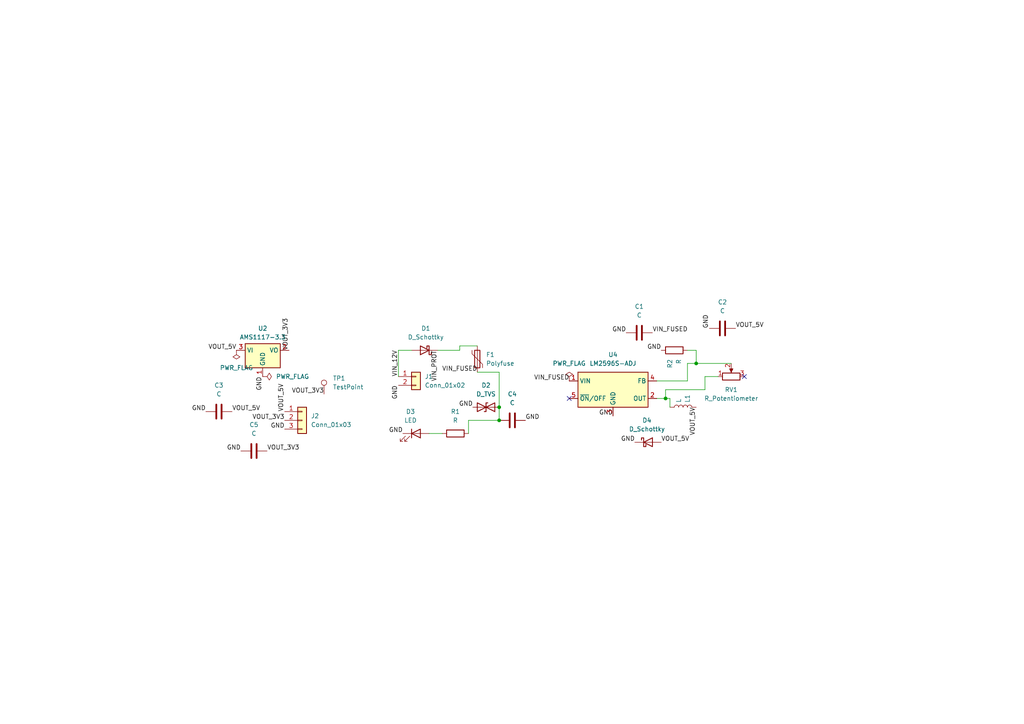
<source format=kicad_sch>
(kicad_sch (version 20250114) (generator "eeschema") (generator_version "9.0")
  (paper "A4")
  (lib_symbols
    (symbol "Connector:TestPoint" (pin_numbers (hide yes)) (pin_names (offset 0.762) (hide yes))
      (property "Reference" "TP" (at 0 6.858 0))
      (property "Value" "TestPoint" (at 0 5.08 0))
      (symbol "TestPoint_0_1"
        (circle (center 0 3.302) (radius 0.762))
      )
      (symbol "TestPoint_1_1"
        (pin passive line (at 0 0 90) (length 2.54) (name "1") (number "1"))
      )
    )
    (symbol "Connector_Generic:Conn_01x02" (pin_names (offset 1.016) (hide yes))
      (property "Reference" "J" (at 0 2.54 0))
      (property "Value" "Conn_01x02" (at 0 -5.08 0))
      (symbol "Conn_01x02_1_1"
        (rectangle (start -1.27 1.27) (end 1.27 -3.81) (stroke (width 0.254)) (fill (type background)))
        (rectangle (start -1.27 0.127) (end 0 -0.127) (stroke (width 0.1524)))
        (rectangle (start -1.27 -2.413) (end 0 -2.667) (stroke (width 0.1524)))
        (pin passive line (at -5.08 0 0) (length 3.81) (name "Pin_1") (number "1"))
        (pin passive line (at -5.08 -2.54 0) (length 3.81) (name "Pin_2") (number "2"))
      )
    )
    (symbol "Connector_Generic:Conn_01x03" (pin_names (offset 1.016) (hide yes))
      (property "Reference" "J" (at 0 5.08 0))
      (property "Value" "Conn_01x03" (at 0 -5.08 0))
      (symbol "Conn_01x03_1_1"
        (rectangle (start -1.27 3.81) (end 1.27 -3.81) (stroke (width 0.254)) (fill (type background)))
        (rectangle (start -1.27 2.667) (end 0 2.413) (stroke (width 0.1524)))
        (rectangle (start -1.27 0.127) (end 0 -0.127) (stroke (width 0.1524)))
        (rectangle (start -1.27 -2.413) (end 0 -2.667) (stroke (width 0.1524)))
        (pin passive line (at -5.08 2.54 0) (length 3.81) (name "Pin_1") (number "1"))
        (pin passive line (at -5.08 0 0) (length 3.81) (name "Pin_2") (number "2"))
        (pin passive line (at -5.08 -2.54 0) (length 3.81) (name "Pin_3") (number "3"))
      )
    )
    (symbol "Device:C" (pin_numbers (hide yes)) (pin_names (offset 0.254))
      (property "Reference" "C" (at 0.635 2.54 0))
      (property "Value" "C" (at 0.635 -2.54 0))
      (symbol "C_0_1"
        (polyline (pts (xy -2.032 0.762) (xy 2.032 0.762)) (stroke (width 0.508)))
        (polyline (pts (xy -2.032 -0.762) (xy 2.032 -0.762)) (stroke (width 0.508)))
      )
      (symbol "C_1_1"
        (pin passive line (at 0 3.81 270) (length 2.794) (name "~") (number "1"))
        (pin passive line (at 0 -3.81 90) (length 2.794) (name "~") (number "2"))
      )
    )
    (symbol "Device:D_Schottky" (pin_numbers (hide yes)) (pin_names (offset 1.016) (hide yes))
      (property "Reference" "D" (at 0 2.54 0))
      (property "Value" "D_Schottky" (at 0 -2.54 0))
      (symbol "D_Schottky_0_1"
        (polyline (pts (xy -1.905 0.635) (xy -1.905 1.27) (xy -1.27 1.27) (xy -1.27 -1.27) (xy -0.635 -1.27) (xy -0.635 -0.635)) (stroke (width 0.254)))
        (polyline (pts (xy 1.27 1.27) (xy 1.27 -1.27) (xy -1.27 0) (xy 1.27 1.27)) (stroke (width 0.254)))
        (polyline (pts (xy 1.27 0) (xy -1.27 0)))
      )
      (symbol "D_Schottky_1_1"
        (pin passive line (at -3.81 0 0) (length 2.54) (name "K") (number "1"))
        (pin passive line (at 3.81 0 180) (length 2.54) (name "A") (number "2"))
      )
    )
    (symbol "Device:D_TVS" (pin_numbers (hide yes)) (pin_names (offset 1.016) (hide yes))
      (property "Reference" "D" (at 0 2.54 0))
      (property "Value" "D_TVS" (at 0 -2.54 0))
      (symbol "D_TVS_0_1"
        (polyline (pts (xy -2.54 1.27) (xy -2.54 -1.27) (xy 2.54 1.27) (xy 2.54 -1.27) (xy -2.54 1.27)) (stroke (width 0.254)))
        (polyline (pts (xy 0.508 1.27) (xy 0 1.27) (xy 0 -1.27) (xy -0.508 -1.27)) (stroke (width 0.254)))
        (polyline (pts (xy 1.27 0) (xy -1.27 0)))
      )
      (symbol "D_TVS_1_1"
        (pin passive line (at -3.81 0 0) (length 2.54) (name "A1") (number "1"))
        (pin passive line (at 3.81 0 180) (length 2.54) (name "A2") (number "2"))
      )
    )
    (symbol "Device:L" (pin_numbers (hide yes)) (pin_names (offset 1.016) (hide yes))
      (property "Reference" "L" (at -1.27 0 90))
      (property "Value" "L" (at 1.905 0 90))
      (symbol "L_0_1"
        (arc (start 0 2.54) (mid 0.6323 1.905) (end 0 1.27))
        (arc (start 0 1.27) (mid 0.6323 0.635) (end 0 0))
        (arc (start 0 0) (mid 0.6323 -0.635) (end 0 -1.27))
        (arc (start 0 -1.27) (mid 0.6323 -1.905) (end 0 -2.54))
      )
      (symbol "L_1_1"
        (pin passive line (at 0 3.81 270) (length 1.27) (name "1") (number "1"))
        (pin passive line (at 0 -3.81 90) (length 1.27) (name "2") (number "2"))
      )
    )
    (symbol "Device:LED" (pin_numbers (hide yes)) (pin_names (offset 1.016) (hide yes))
      (property "Reference" "D" (at 0 2.54 0))
      (property "Value" "LED" (at 0 -2.54 0))
      (symbol "LED_0_1"
        (polyline (pts (xy -3.048 -0.762) (xy -4.572 -2.286) (xy -3.81 -2.286) (xy -4.572 -2.286) (xy -4.572 -1.524)))
        (polyline (pts (xy -1.778 -0.762) (xy -3.302 -2.286) (xy -2.54 -2.286) (xy -3.302 -2.286) (xy -3.302 -1.524)))
        (polyline (pts (xy -1.27 0) (xy 1.27 0)))
        (polyline (pts (xy -1.27 -1.27) (xy -1.27 1.27)) (stroke (width 0.254)))
        (polyline (pts (xy 1.27 -1.27) (xy 1.27 1.27) (xy -1.27 0) (xy 1.27 -1.27)) (stroke (width 0.254)))
      )
      (symbol "LED_1_1"
        (pin passive line (at -3.81 0 0) (length 2.54) (name "K") (number "1"))
        (pin passive line (at 3.81 0 180) (length 2.54) (name "A") (number "2"))
      )
    )
    (symbol "Device:Polyfuse" (pin_numbers (hide yes)) (pin_names (offset 0))
      (property "Reference" "F" (at -2.54 0 90))
      (property "Value" "Polyfuse" (at 2.54 0 90))
      (symbol "Polyfuse_0_1"
        (polyline (pts (xy -1.524 2.54) (xy -1.524 1.524) (xy 1.524 -1.524) (xy 1.524 -2.54)))
        (rectangle (start -0.762 2.54) (end 0.762 -2.54) (stroke (width 0.254)))
        (polyline (pts (xy 0 2.54) (xy 0 -2.54)))
      )
      (symbol "Polyfuse_1_1"
        (pin passive line (at 0 3.81 270) (length 1.27) (name "~") (number "1"))
        (pin passive line (at 0 -3.81 90) (length 1.27) (name "~") (number "2"))
      )
    )
    (symbol "Device:R" (pin_numbers (hide yes)) (pin_names (offset 0))
      (property "Reference" "R" (at 2.032 0 90))
      (property "Value" "R" (at 0 0 90))
      (symbol "R_0_1"
        (rectangle (start -1.016 -2.54) (end 1.016 2.54) (stroke (width 0.254)))
      )
      (symbol "R_1_1"
        (pin passive line (at 0 3.81 270) (length 1.27) (name "~") (number "1"))
        (pin passive line (at 0 -3.81 90) (length 1.27) (name "~") (number "2"))
      )
    )
    (symbol "Device:R_Potentiometer" (pin_names (offset 1.016) (hide yes))
      (property "Reference" "RV" (at -4.445 0 90))
      (property "Value" "R_Potentiometer" (at -2.54 0 90))
      (symbol "R_Potentiometer_0_1"
        (rectangle (start 1.016 2.54) (end -1.016 -2.54) (stroke (width 0.254)))
        (polyline (pts (xy 1.143 0) (xy 2.286 0.508) (xy 2.286 -0.508) (xy 1.143 0)) (fill (type outline)))
        (polyline (pts (xy 2.54 0) (xy 1.524 0)))
      )
      (symbol "R_Potentiometer_1_1"
        (pin passive line (at 0 3.81 270) (length 1.27) (name "1") (number "1"))
        (pin passive line (at 0 -3.81 90) (length 1.27) (name "3") (number "3"))
        (pin passive line (at 3.81 0 180) (length 1.27) (name "2") (number "2"))
      )
    )
    (symbol "Regulator_Linear:AMS1117-3.3"
      (property "Reference" "U" (at -3.81 3.175 0))
      (property "Value" "AMS1117-3.3" (at 0 3.175 0))
      (symbol "AMS1117-3.3_0_1"
        (rectangle (start -5.08 -5.08) (end 5.08 1.905) (stroke (width 0.254)) (fill (type background)))
      )
      (symbol "AMS1117-3.3_1_1"
        (pin power_in line (at -7.62 0 0) (length 2.54) (name "VI") (number "3"))
        (pin power_in line (at 0 -7.62 90) (length 2.54) (name "GND") (number "1"))
        (pin power_out line (at 7.62 0 180) (length 2.54) (name "VO") (number "2"))
      )
    )
    (symbol "Regulator_Switching:LM2596S-ADJ"
      (property "Reference" "U" (at -10.16 6.35 0))
      (property "Value" "LM2596S-ADJ" (at 0 6.35 0))
      (symbol "LM2596S-ADJ_0_1"
        (rectangle (start -10.16 5.08) (end 10.16 -5.08) (stroke (width 0.254)) (fill (type background)))
      )
      (symbol "LM2596S-ADJ_1_1"
        (pin power_in line (at -12.7 2.54 0) (length 2.54) (name "VIN") (number "1"))
        (pin input line (at -12.7 -2.54 0) (length 2.54) (name "~{ON}/OFF") (number "5"))
        (pin power_in line (at 0 -7.62 90) (length 2.54) (name "GND") (number "3"))
        (pin input line (at 12.7 2.54 180) (length 2.54) (name "FB") (number "4"))
        (pin output line (at 12.7 -2.54 180) (length 2.54) (name "OUT") (number "2"))
      )
    )
    (symbol "power:PWR_FLAG" (power) (pin_numbers (hide yes)) (pin_names (offset 0) (hide yes))
      (property "Value" "PWR_FLAG" (at 0 3.81 0))
      (symbol "PWR_FLAG_0_0"
        (pin power_out line (at 0 0 90) (length 0) (name "~") (number "1"))
      )
      (symbol "PWR_FLAG_0_1"
        (polyline (pts (xy 0 0) (xy 0 1.27) (xy -1.016 1.905) (xy 0 2.54) (xy 1.016 1.905) (xy 0 1.27)))
      )
    )
  )
  (junction (at 144.78 118.11))
  (junction (at 201.93 105.41))
  (junction (at 144.78 121.92))
  (junction (at 193.04 115.57))
  (no_connect (at 215.9 109.22))
  (no_connect (at 165.1 115.57))
  (wire (pts (xy 199.39 110.49) (xy 199.39 105.41)))
  (wire (pts (xy 193.04 113.03) (xy 204.47 113.03)))
  (wire (pts (xy 194.31 115.57) (xy 193.04 115.57)))
  (wire (pts (xy 133.35 101.6) (xy 133.35 100.33)))
  (wire (pts (xy 204.47 113.03) (xy 204.47 109.22)))
  (wire (pts (xy 127 101.6) (xy 133.35 101.6)))
  (wire (pts (xy 204.47 109.22) (xy 208.28 109.22)))
  (wire (pts (xy 144.78 121.92) (xy 135.89 121.92)))
  (wire (pts (xy 144.78 107.95) (xy 144.78 118.11)))
  (wire (pts (xy 199.39 101.6) (xy 201.93 101.6)))
  (wire (pts (xy 201.93 101.6) (xy 201.93 105.41)))
  (wire (pts (xy 193.04 115.57) (xy 193.04 113.03)))
  (wire (pts (xy 135.89 121.92) (xy 135.89 125.73)))
  (wire (pts (xy 194.31 118.11) (xy 194.31 115.57)))
  (wire (pts (xy 138.43 107.95) (xy 144.78 107.95)))
  (wire (pts (xy 201.93 105.41) (xy 212.09 105.41)))
  (wire (pts (xy 115.57 101.6) (xy 119.38 101.6)))
  (wire (pts (xy 115.57 109.22) (xy 115.57 101.6)))
  (wire (pts (xy 144.78 118.11) (xy 144.78 121.92)))
  (wire (pts (xy 199.39 105.41) (xy 201.93 105.41)))
  (wire (pts (xy 193.04 115.57) (xy 190.5 115.57)))
  (wire (pts (xy 124.46 125.73) (xy 128.27 125.73)))
  (wire (pts (xy 190.5 110.49) (xy 199.39 110.49)))
  (wire (pts (xy 133.35 100.33) (xy 138.43 100.33)))
  (label "GND" (at 181.61 96.52 180))
  (label "VOUT_5V" (at 201.93 118.11 270))
  (label "VOUT_3V3" (at 77.47 130.81 0))
  (label "GND" (at 115.57 111.76 270))
  (label "GND" (at 184.15 128.27 180))
  (label "GND" (at 137.16 118.11 180))
  (label "VIN_PROT" (at 127 101.6 270))
  (label "GND" (at 82.55 124.46 180))
  (label "VOUT_5V" (at 82.55 119.38 90))
  (label "VOUT_3V3" (at 82.55 121.92 180))
  (label "VIN_FUSED" (at 138.43 107.95 180))
  (label "VOUT_5V" (at 67.31 119.38 0))
  (label "GND" (at 76.2 109.22 270))
  (label "VOUT_3V3" (at 93.98 114.3 180))
  (label "GND" (at 177.8 120.65 180))
  (label "GND" (at 59.69 119.38 180))
  (label "VIN_FUSED" (at 165.1 110.49 180))
  (label "GND" (at 152.4 121.92 0))
  (label "VOUT_5V" (at 68.58 101.6 180))
  (label "VIN_12V" (at 115.57 109.22 90))
  (label "VIN_FUSED" (at 189.23 96.52 0))
  (label "GND" (at 69.85 130.81 180))
  (label "VOUT_5V" (at 191.77 128.27 0))
  (label "VOUT_3V3" (at 83.82 101.6 90))
  (label "GND" (at 205.74 95.25 90))
  (label "VOUT_5V" (at 213.36 95.25 0))
  (label "GND" (at 116.84 125.73 180))
  (label "GND" (at 191.77 101.6 180))
  (symbol (lib_id "Device:R_Potentiometer") (at 212.09 109.22 90) (unit 1)
    (property "Reference" "RV1" (at 212.09 113.03 90))
    (property "Value" "R_Potentiometer" (at 212.09 115.57 90))
    (property "Footprint" "Potentiometer_THT:Potentiometer_Bourns_3296W_Vertical" (effects (hide yes)))
    (property "Description" "Potentiometer" (effects (hide yes)))
  )
  (symbol (lib_id "Device:LED") (at 120.65 125.73 0) (unit 1)
    (property "Reference" "D3" (at 119.0625 119.38 0))
    (property "Value" "LED" (at 119.0625 121.92 0))
    (property "Footprint" "LED_SMD:LED_0805_2012Metric" (effects (hide yes)))
    (property "Description" "Light emitting diode" (effects (hide yes)))
    (property "Sim.Pins" "1=K 2=A" (effects (hide yes)))
  )
  (symbol (lib_id "Device:D_Schottky") (at 123.19 101.6 180) (unit 1)
    (property "Reference" "D1" (at 123.5075 95.25 0))
    (property "Value" "D_Schottky" (at 123.5075 97.79 0))
    (property "Footprint" "Diode_SMD:D_SMA" (effects (hide yes)))
    (property "Description" "Schottky diode" (effects (hide yes)))
  )
  (symbol (lib_id "Device:C") (at 63.5 119.38 90) (unit 1)
    (property "Reference" "C3" (at 63.5 111.76 90))
    (property "Value" "C" (at 63.5 114.3 90))
    (property "Footprint" "Capacitor_SMD:C_0805_2012Metric" (effects (hide yes)))
    (property "Description" "Unpolarized capacitor" (effects (hide yes)))
  )
  (symbol (lib_id "Connector:TestPoint") (at 93.98 114.3 0) (unit 1)
    (property "Reference" "TP1" (at 96.52 109.7279 0) (effects (justify left)))
    (property "Value" "TestPoint" (at 96.52 112.2679 0) (effects (justify left)))
    (property "Footprint" "TestPoint:TestPoint_Pad_D1.5mm" (effects (hide yes)))
    (property "Description" "test point" (effects (hide yes)))
  )
  (symbol (lib_id "Device:L") (at 198.12 118.11 270) (mirror x) (unit 1)
    (property "Reference" "L1" (at 199.3901 116.84 0) (effects (justify left)))
    (property "Value" "L" (at 196.8501 116.84 0) (effects (justify left)))
    (property "Footprint" "Inductor_THT:L_Axial_L5.0mm_D3.6mm_P10.00mm_Horizontal_Murata_BL01RN1A2A2" (effects (hide yes)))
    (property "Description" "Inductor" (effects (hide yes)))
  )
  (symbol (lib_id "Regulator_Linear:AMS1117-3.3") (at 76.2 101.6 0) (unit 1)
    (property "Reference" "U2" (at 76.2 95.25 0))
    (property "Value" "AMS1117-3.3" (at 76.2 97.79 0))
    (property "Footprint" "Package_TO_SOT_SMD:SOT-223-3_TabPin2" (effects (hide yes)))
    (property "Datasheet" "http://www.advanced-monolithic.com/pdf/ds1117.pdf" (effects (hide yes)))
    (property "Description" "1A Low Dropout regulator, positive, 3.3V fixed output, SOT-223" (effects (hide yes)))
  )
  (symbol (lib_id "Device:R") (at 132.08 125.73 90) (unit 1)
    (property "Reference" "R1" (at 132.08 119.38 90))
    (property "Value" "R" (at 132.08 121.92 90))
    (property "Footprint" "Resistor_SMD:R_0805_2012Metric" (effects (hide yes)))
    (property "Description" "Resistor" (effects (hide yes)))
  )
  (symbol (lib_id "Device:C") (at 148.59 121.92 90) (unit 1)
    (property "Reference" "C4" (at 148.59 114.3 90))
    (property "Value" "C" (at 148.59 116.84 90))
    (property "Footprint" "Capacitor_THT:CP_Radial_D8.0mm_P3.50mm" (effects (hide yes)))
    (property "Description" "Unpolarized capacitor" (effects (hide yes)))
  )
  (symbol (lib_id "Device:R") (at 195.58 101.6 90) (mirror x) (unit 1)
    (property "Reference" "R2" (at 194.3099 104.14 0) (effects (justify left)))
    (property "Value" "R" (at 196.8499 104.14 0) (effects (justify left)))
    (property "Footprint" "Resistor_SMD:R_0805_2012Metric" (effects (hide yes)))
    (property "Description" "Resistor" (effects (hide yes)))
  )
  (symbol (lib_id "Regulator_Switching:LM2596S-ADJ") (at 177.8 113.03 0) (unit 1)
    (property "Reference" "U4" (at 177.8 102.87 0))
    (property "Value" "LM2596S-ADJ" (at 177.8 105.41 0))
    (property "Footprint" "Package_TO_SOT_SMD:TO-263-5_TabPin3" (effects (hide yes)))
    (property "Datasheet" "http://www.ti.com/lit/ds/symlink/lm2596.pdf" (effects (hide yes)))
    (property "Description" "Adjustable 3A Step-Down Voltage Regulator, TO-263" (effects (hide yes)))
  )
  (symbol (lib_id "power:PWR_FLAG") (at 165.1 110.49 0) (unit 1)
    (property "Reference" "#FLG02" (effects (hide yes)))
    (property "Value" "PWR_FLAG" (at 165.1 105.41 0))
    (property "Description" "Special symbol for telling ERC where power comes from" (effects (hide yes)))
  )
  (symbol (lib_id "Device:D_Schottky") (at 187.96 128.27 0) (unit 1)
    (property "Reference" "D4" (at 187.6425 121.92 0))
    (property "Value" "D_Schottky" (at 187.6425 124.46 0))
    (property "Footprint" "Diode_SMD:D_SMA" (effects (hide yes)))
    (property "Description" "Schottky diode" (effects (hide yes)))
  )
  (symbol (lib_id "Device:D_TVS") (at 140.97 118.11 180) (unit 1)
    (property "Reference" "D2" (at 140.97 111.76 0))
    (property "Value" "D_TVS" (at 140.97 114.3 0))
    (property "Footprint" "Diode_SMD:D_SMA" (effects (hide yes)))
    (property "Description" "Bidirectional transient-voltage-suppression diode" (effects (hide yes)))
  )
  (symbol (lib_id "power:PWR_FLAG") (at 68.58 101.6 180) (unit 1)
    (property "Reference" "#FLG01" (effects (hide yes)))
    (property "Value" "PWR_FLAG" (at 68.58 106.68 0))
    (property "Description" "Special symbol for telling ERC where power comes from" (effects (hide yes)))
  )
  (symbol (lib_id "Device:Polyfuse") (at 138.43 104.14 0) (unit 1)
    (property "Reference" "F1" (at 140.97 102.8699 0) (effects (justify left)))
    (property "Value" "Polyfuse" (at 140.97 105.4099 0) (effects (justify left)))
    (property "Footprint" "Fuse:Fuse_1206_3216Metric" (effects (hide yes)))
    (property "Description" "Resettable fuse, polymeric positive temperature coefficient" (effects (hide yes)))
  )
  (symbol (lib_id "Connector_Generic:Conn_01x03") (at 87.63 121.92 0) (unit 1)
    (property "Reference" "J2" (at 90.17 120.6499 0) (effects (justify left)))
    (property "Value" "Conn_01x03" (at 90.17 123.1899 0) (effects (justify left)))
    (property "Footprint" "Connector:FanPinHeader_1x03_P2.54mm_Vertical" (effects (hide yes)))
    (property "Description" "Generic connector, single row, 01x03, script generated (kicad-library-utils/schlib/autogen/connector/)" (effects (hide yes)))
  )
  (symbol (lib_id "Connector_Generic:Conn_01x02") (at 120.65 109.22 0) (unit 1)
    (property "Reference" "J1" (at 123.19 109.2199 0) (effects (justify left)))
    (property "Value" "Conn_01x02" (at 123.19 111.7599 0) (effects (justify left)))
    (property "Footprint" "Connector_Phoenix_MC_HighVoltage:PhoenixContact_MCV_1,5_2-G-5.08_1x02_P5.08mm_Vertical" (effects (hide yes)))
    (property "Description" "Generic connector, single row, 01x02, script generated (kicad-library-utils/schlib/autogen/connector/)" (effects (hide yes)))
  )
  (symbol (lib_id "power:PWR_FLAG") (at 76.2 109.22 270) (unit 1)
    (property "Reference" "#FLG03" (effects (hide yes)))
    (property "Value" "PWR_FLAG" (at 80.01 109.2199 90) (effects (justify left)))
    (property "Description" "Special symbol for telling ERC where power comes from" (effects (hide yes)))
  )
  (symbol (lib_id "Device:C") (at 73.66 130.81 90) (unit 1)
    (property "Reference" "C5" (at 73.66 123.19 90))
    (property "Value" "C" (at 73.66 125.73 90))
    (property "Footprint" "Capacitor_SMD:C_0805_2012Metric" (effects (hide yes)))
    (property "Description" "Unpolarized capacitor" (effects (hide yes)))
  )
  (symbol (lib_id "Device:C") (at 185.42 96.52 90) (unit 1)
    (property "Reference" "C1" (at 185.42 88.9 90))
    (property "Value" "C" (at 185.42 91.44 90))
    (property "Footprint" "Capacitor_SMD:C_1206_3216Metric" (effects (hide yes)))
    (property "Description" "Unpolarized capacitor" (effects (hide yes)))
  )
  (symbol (lib_id "Device:C") (at 209.55 95.25 90) (unit 1)
    (property "Reference" "C2" (at 209.55 87.63 90))
    (property "Value" "C" (at 209.55 90.17 90))
    (property "Footprint" "Capacitor_SMD:C_1206_3216Metric" (effects (hide yes)))
    (property "Description" "Unpolarized capacitor" (effects (hide yes)))
  )
)
</source>
